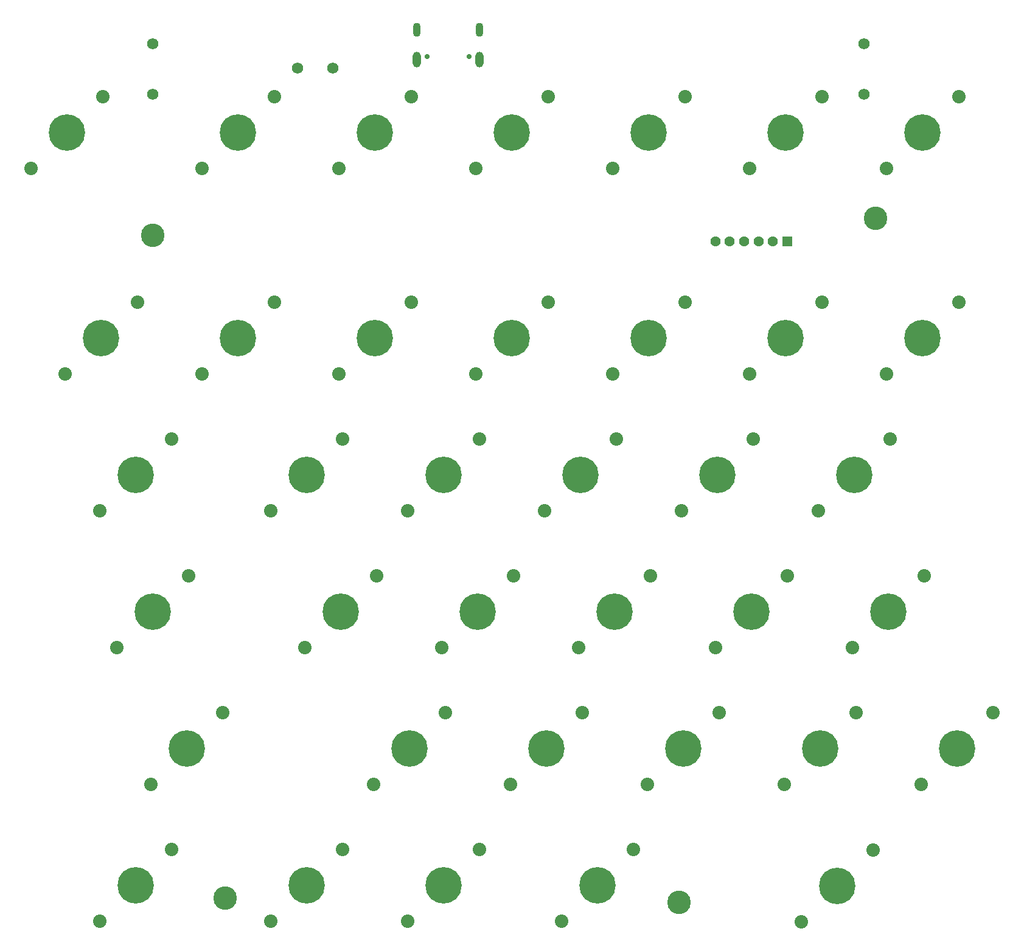
<source format=gbr>
%TF.GenerationSoftware,KiCad,Pcbnew,9.0.4*%
%TF.CreationDate,2025-09-14T10:53:09-05:00*%
%TF.ProjectId,shek-rounded,7368656b-2d72-46f7-956e-6465642e6b69,rev?*%
%TF.SameCoordinates,Original*%
%TF.FileFunction,Soldermask,Top*%
%TF.FilePolarity,Negative*%
%FSLAX46Y46*%
G04 Gerber Fmt 4.6, Leading zero omitted, Abs format (unit mm)*
G04 Created by KiCad (PCBNEW 9.0.4) date 2025-09-14 10:53:09*
%MOMM*%
%LPD*%
G01*
G04 APERTURE LIST*
G04 Aperture macros list*
%AMRoundRect*
0 Rectangle with rounded corners*
0 $1 Rounding radius*
0 $2 $3 $4 $5 $6 $7 $8 $9 X,Y pos of 4 corners*
0 Add a 4 corners polygon primitive as box body*
4,1,4,$2,$3,$4,$5,$6,$7,$8,$9,$2,$3,0*
0 Add four circle primitives for the rounded corners*
1,1,$1+$1,$2,$3*
1,1,$1+$1,$4,$5*
1,1,$1+$1,$6,$7*
1,1,$1+$1,$8,$9*
0 Add four rect primitives between the rounded corners*
20,1,$1+$1,$2,$3,$4,$5,0*
20,1,$1+$1,$4,$5,$6,$7,0*
20,1,$1+$1,$6,$7,$8,$9,0*
20,1,$1+$1,$8,$9,$2,$3,0*%
G04 Aperture macros list end*
%ADD10C,1.576000*%
%ADD11C,0.726000*%
%ADD12O,1.126000X2.176000*%
%ADD13O,1.076000X1.976000*%
%ADD14C,1.876000*%
%ADD15C,5.076000*%
%ADD16C,3.276000*%
%ADD17C,1.426000*%
%ADD18RoundRect,0.038000X0.675000X-0.675000X0.675000X0.675000X-0.675000X0.675000X-0.675000X-0.675000X0*%
G04 APERTURE END LIST*
D10*
%TO.C,J2*%
X327350000Y-57700000D03*
X332250000Y-57700000D03*
%TD*%
%TO.C,J5*%
X406200000Y-61300000D03*
X406200000Y-54300000D03*
%TD*%
%TO.C,J3*%
X307200000Y-61300000D03*
X307200000Y-54300000D03*
%TD*%
D11*
%TO.C,J1*%
X345410000Y-56020000D03*
X351190000Y-56020000D03*
D12*
X343980000Y-56520000D03*
X352620000Y-56520000D03*
D13*
X343980000Y-52340000D03*
X352620000Y-52340000D03*
%TD*%
D14*
%TO.C,U10*%
X381237500Y-61675000D03*
D15*
X376237500Y-66675000D03*
D14*
X371237500Y-71675000D03*
%TD*%
%TO.C,U7*%
X324087500Y-61675000D03*
D15*
X319087500Y-66675000D03*
D14*
X314087500Y-71675000D03*
%TD*%
%TO.C,U32*%
X316943750Y-147400000D03*
D15*
X311943750Y-152400000D03*
D14*
X306943750Y-157400000D03*
%TD*%
%TO.C,U8*%
X343137500Y-61675000D03*
D15*
X338137500Y-66675000D03*
D14*
X333137500Y-71675000D03*
%TD*%
%TO.C,U28*%
X357425000Y-128350000D03*
D15*
X352425000Y-133350000D03*
D14*
X347425000Y-138350000D03*
%TD*%
%TO.C,U41*%
X374093750Y-166450000D03*
D15*
X369093750Y-171450000D03*
D14*
X364093750Y-176450000D03*
%TD*%
%TO.C,U34*%
X366950000Y-147400000D03*
D15*
X361950000Y-152400000D03*
D14*
X356950000Y-157400000D03*
%TD*%
%TO.C,U22*%
X352662500Y-109300000D03*
D15*
X347662500Y-114300000D03*
D14*
X342662500Y-119300000D03*
%TD*%
%TO.C,U37*%
X424100000Y-147400000D03*
D15*
X419100000Y-152400000D03*
D14*
X414100000Y-157400000D03*
%TD*%
D16*
%TO.C,H2*%
X317301829Y-173236083D03*
%TD*%
%TO.C,H4*%
X407789405Y-78581316D03*
%TD*%
D14*
%TO.C,U30*%
X395525000Y-128350000D03*
D15*
X390525000Y-133350000D03*
D14*
X385525000Y-138350000D03*
%TD*%
%TO.C,U18*%
X400287500Y-90250000D03*
D15*
X395287500Y-95250000D03*
D14*
X390287500Y-100250000D03*
%TD*%
%TO.C,U35*%
X386000000Y-147400000D03*
D15*
X381000000Y-152400000D03*
D14*
X376000000Y-157400000D03*
%TD*%
%TO.C,U9*%
X362187500Y-61675000D03*
D15*
X357187500Y-66675000D03*
D14*
X352187500Y-71675000D03*
%TD*%
%TO.C,U38*%
X309800000Y-166450000D03*
D15*
X304800000Y-171450000D03*
D14*
X299800000Y-176450000D03*
%TD*%
%TO.C,U12*%
X419337500Y-61612500D03*
D15*
X414337500Y-66612500D03*
D14*
X409337500Y-71612500D03*
%TD*%
%TO.C,U6*%
X300275000Y-61675000D03*
D15*
X295275000Y-66675000D03*
D14*
X290275000Y-71675000D03*
%TD*%
%TO.C,U40*%
X352662500Y-166450000D03*
D15*
X347662500Y-171450000D03*
D14*
X342662500Y-176450000D03*
%TD*%
%TO.C,U29*%
X376475000Y-128350000D03*
D15*
X371475000Y-133350000D03*
D14*
X366475000Y-138350000D03*
%TD*%
D16*
%TO.C,H3*%
X380405007Y-173831396D03*
%TD*%
D14*
%TO.C,U11*%
X400287500Y-61675000D03*
D15*
X395287500Y-66675000D03*
D14*
X390287500Y-71675000D03*
%TD*%
D16*
%TO.C,H1*%
X307181508Y-80962568D03*
%TD*%
D14*
%TO.C,U19*%
X419337500Y-90250000D03*
D15*
X414337500Y-95250000D03*
D14*
X409337500Y-100250000D03*
%TD*%
%TO.C,U31*%
X414575000Y-128350000D03*
D15*
X409575000Y-133350000D03*
D14*
X404575000Y-138350000D03*
%TD*%
%TO.C,U20*%
X309800000Y-109300000D03*
D15*
X304800000Y-114300000D03*
D14*
X299800000Y-119300000D03*
%TD*%
%TO.C,U39*%
X333612500Y-166450000D03*
D15*
X328612500Y-171450000D03*
D14*
X323612500Y-176450000D03*
%TD*%
%TO.C,U33*%
X347900000Y-147400000D03*
D15*
X342900000Y-152400000D03*
D14*
X337900000Y-157400000D03*
%TD*%
%TO.C,U21*%
X333612500Y-109300000D03*
D15*
X328612500Y-114300000D03*
D14*
X323612500Y-119300000D03*
%TD*%
%TO.C,U13*%
X305037500Y-90250000D03*
D15*
X300037500Y-95250000D03*
D14*
X295037500Y-100250000D03*
%TD*%
%TO.C,U23*%
X371712500Y-109300000D03*
D15*
X366712500Y-114300000D03*
D14*
X361712500Y-119300000D03*
%TD*%
%TO.C,U17*%
X381237500Y-90250000D03*
D15*
X376237500Y-95250000D03*
D14*
X371237500Y-100250000D03*
%TD*%
%TO.C,U36*%
X405050000Y-147400000D03*
D15*
X400050000Y-152400000D03*
D14*
X395050000Y-157400000D03*
%TD*%
%TO.C,U14*%
X324087500Y-90250000D03*
D15*
X319087500Y-95250000D03*
D14*
X314087500Y-100250000D03*
%TD*%
%TO.C,U15*%
X343137500Y-90250000D03*
D15*
X338137500Y-95250000D03*
D14*
X333137500Y-100250000D03*
%TD*%
%TO.C,U16*%
X362187500Y-90250000D03*
D15*
X357187500Y-95250000D03*
D14*
X352187500Y-100250000D03*
%TD*%
%TO.C,U42*%
X407431250Y-166512500D03*
D15*
X402431250Y-171512500D03*
D14*
X397431250Y-176512500D03*
%TD*%
%TO.C,U25*%
X409812500Y-109300000D03*
D15*
X404812500Y-114300000D03*
D14*
X399812500Y-119300000D03*
%TD*%
%TO.C,U27*%
X338375000Y-128350000D03*
D15*
X333375000Y-133350000D03*
D14*
X328375000Y-138350000D03*
%TD*%
%TO.C,U24*%
X390762500Y-109300000D03*
D15*
X385762500Y-114300000D03*
D14*
X380762500Y-119300000D03*
%TD*%
%TO.C,U26*%
X312181250Y-128350000D03*
D15*
X307181250Y-133350000D03*
D14*
X302181250Y-138350000D03*
%TD*%
D17*
%TO.C,J4*%
X385485000Y-81820000D03*
X387485000Y-81820000D03*
X389485000Y-81820000D03*
X391485000Y-81820000D03*
X393485000Y-81820000D03*
D18*
X395485000Y-81820000D03*
%TD*%
M02*

</source>
